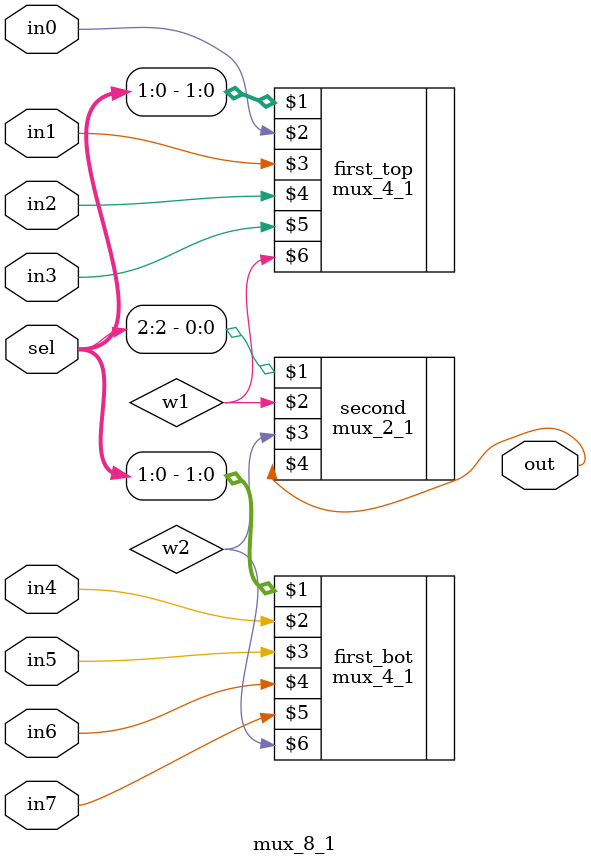
<source format=v>
module mux_8_1(sel, in0, in1, in2, in3, in4, in5, in6, in7, out);
	input [2:0] sel;
	input in0, in1, in2, in3, in4, in5, in6, in7;
	output out;
	wire w1, w2;
	mux_4_1 first_top(sel[1:0], in0, in1, in2, in3, w1);
	mux_4_1 first_bot(sel[1:0], in4, in5, in6, in7, w2);
	mux_2_1 second(sel[2], w1, w2, out);
endmodule

</source>
